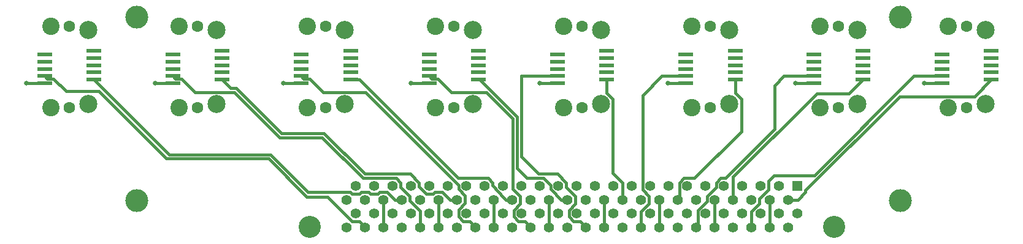
<source format=gtl>
%FSLAX25Y25*%
%MOIN*%
G70*
G01*
G75*
G04 Layer_Physical_Order=1*
G04 Layer_Color=255*
%ADD10R,0.07874X0.01969*%
%ADD11C,0.01500*%
%ADD12C,0.06299*%
%ADD13C,0.12500*%
%ADD14C,0.05500*%
%ADD15R,0.05500X0.05500*%
%ADD16C,0.09843*%
%ADD17C,0.09449*%
%ADD18C,0.12000*%
%ADD19C,0.02500*%
D10*
X234862Y393984D02*
D03*
Y397921D02*
D03*
Y401858D02*
D03*
Y405795D02*
D03*
Y409732D02*
D03*
X261634Y395953D02*
D03*
X261634Y399890D02*
D03*
Y403827D02*
D03*
Y407764D02*
D03*
Y411701D02*
D03*
X331339D02*
D03*
Y407764D02*
D03*
Y403827D02*
D03*
Y399890D02*
D03*
X331339Y395953D02*
D03*
X304567Y409732D02*
D03*
Y405795D02*
D03*
Y401858D02*
D03*
Y397921D02*
D03*
Y393984D02*
D03*
X374264D02*
D03*
Y397921D02*
D03*
Y401858D02*
D03*
Y405795D02*
D03*
Y409732D02*
D03*
X401035Y395953D02*
D03*
X401035Y399890D02*
D03*
Y403827D02*
D03*
Y407764D02*
D03*
Y411701D02*
D03*
X470634D02*
D03*
Y407764D02*
D03*
Y403827D02*
D03*
Y399890D02*
D03*
X470634Y395953D02*
D03*
X443862Y409732D02*
D03*
Y405795D02*
D03*
Y401858D02*
D03*
Y397921D02*
D03*
Y393984D02*
D03*
X513567D02*
D03*
Y397921D02*
D03*
Y401858D02*
D03*
Y405795D02*
D03*
Y409732D02*
D03*
X540339Y395953D02*
D03*
X540339Y399890D02*
D03*
Y403827D02*
D03*
Y407764D02*
D03*
Y411701D02*
D03*
X610036D02*
D03*
Y407764D02*
D03*
Y403827D02*
D03*
Y399890D02*
D03*
X610036Y395953D02*
D03*
X583264Y409732D02*
D03*
Y405795D02*
D03*
Y401858D02*
D03*
Y397921D02*
D03*
Y393984D02*
D03*
X652862D02*
D03*
Y397921D02*
D03*
Y401858D02*
D03*
Y405795D02*
D03*
Y409732D02*
D03*
X679634Y395953D02*
D03*
X679634Y399890D02*
D03*
Y403827D02*
D03*
Y407764D02*
D03*
Y411701D02*
D03*
X749339D02*
D03*
Y407764D02*
D03*
Y403827D02*
D03*
Y399890D02*
D03*
X749339Y395953D02*
D03*
X722567Y409732D02*
D03*
Y405795D02*
D03*
Y401858D02*
D03*
Y397921D02*
D03*
Y393984D02*
D03*
D11*
X631400Y368994D02*
Y392700D01*
X604706Y342300D02*
X631400Y368994D01*
Y392700D02*
X636621Y397921D01*
X602206Y342300D02*
X604706D01*
X599687Y339781D02*
X602206Y342300D01*
X599687Y337281D02*
Y339781D01*
X608987Y342887D02*
X654400Y388300D01*
X608987Y330500D02*
Y342887D01*
X588987Y315500D02*
X589687Y316200D01*
Y324781D01*
X594687Y329781D01*
Y332281D01*
X599687Y337281D01*
X636621Y397921D02*
X652862D01*
X558987Y315500D02*
Y324081D01*
X563287Y328381D01*
Y332281D01*
X559687Y335881D02*
X563287Y332281D01*
X559687Y335881D02*
Y387387D01*
X570221Y397921D01*
X583264D01*
X448987Y315500D02*
Y330500D01*
X628987Y315500D02*
Y330500D01*
X568987Y315500D02*
Y330500D01*
X598987Y315500D02*
Y330500D01*
X538987Y315500D02*
Y330500D01*
X508987Y315500D02*
Y330500D01*
X478987Y315500D02*
Y330500D01*
X418987Y315500D02*
Y330500D01*
X225016Y393984D02*
X234862D01*
X225000Y394000D02*
X225016Y393984D01*
X294716D02*
X304567D01*
X294700Y394000D02*
X294716Y393984D01*
X364416D02*
X374264D01*
X364400Y394000D02*
X364416Y393984D01*
X434016D02*
X443862D01*
X434000Y394000D02*
X434016Y393984D01*
X503716D02*
X513567D01*
X503700Y394000D02*
X503716Y393984D01*
X573484D02*
X583264D01*
X573400Y393900D02*
X573484Y393984D01*
X643016D02*
X652862D01*
X643000Y394000D02*
X643016Y393984D01*
X712784D02*
X722567D01*
X712700Y393900D02*
X712784Y393984D01*
X740259Y386873D02*
X749339Y395953D01*
X628287Y340787D02*
X631300Y343800D01*
X628287Y335881D02*
Y340787D01*
X623287Y330881D02*
X628287Y335881D01*
X623287Y328381D02*
Y330881D01*
X618987Y324081D02*
X623287Y328381D01*
X618987Y315500D02*
Y324081D01*
X234862Y397921D02*
X236265Y396518D01*
X239441D01*
X246360Y389600D01*
X401868Y333700D02*
X405768D01*
X406868Y334800D01*
X410768D01*
X411868Y333700D01*
X415768D01*
X416868Y334800D01*
X420768D01*
X425068Y330500D01*
X428987D01*
X304567Y397921D02*
X305970Y396518D01*
X309146D01*
X316626Y389038D01*
X330870D01*
X330908Y389000D01*
X337900D01*
X362400Y364500D01*
X385600D01*
X407800Y342300D01*
X425768D01*
X428287Y339781D01*
Y337281D02*
Y339781D01*
Y337281D02*
X433287Y332281D01*
Y330113D02*
Y332281D01*
Y330113D02*
X438987Y324413D01*
Y315500D02*
Y324413D01*
X331339Y395953D02*
X335991Y391300D01*
X338853D01*
X363353Y366800D01*
X386553D01*
X408753Y344600D01*
X438287Y337619D02*
Y339781D01*
Y337619D02*
X442206Y333700D01*
X445768D01*
X446868Y334800D01*
X450768D01*
X455068Y330500D01*
X408753Y344600D02*
X433468D01*
X438287Y339781D01*
X455068Y330500D02*
X458987D01*
X374264Y397921D02*
X375667Y396518D01*
X378843D01*
X386323Y389038D01*
X465787Y318700D02*
X468987Y315500D01*
X462206Y318700D02*
X465787D01*
X459687Y321219D02*
X462206Y318700D01*
X459687Y321219D02*
Y325119D01*
X463287Y328719D01*
Y332619D01*
X459687Y336219D02*
X463287Y332619D01*
X475768Y342300D02*
X478287Y339781D01*
Y338213D02*
Y339781D01*
Y338213D02*
X479687Y336813D01*
Y336219D02*
Y336813D01*
Y336219D02*
X485406Y330500D01*
X488987D01*
X443862Y397921D02*
X445265Y396518D01*
X448441D01*
X455760Y389200D01*
X493287Y328381D02*
Y332281D01*
X489687Y324781D02*
X493287Y328381D01*
X489687Y321219D02*
Y324781D01*
Y321219D02*
X492206Y318700D01*
X495787D01*
X498987Y315500D01*
X509687Y336219D02*
X515406Y330500D01*
X518987D01*
X518287Y337281D02*
X523287Y332281D01*
Y328381D02*
Y332281D01*
X519687Y324781D02*
X523287Y328381D01*
X519687Y321219D02*
Y324781D01*
Y321219D02*
X522206Y318700D01*
X525787D01*
X528987Y315500D01*
X540339Y388569D02*
Y395953D01*
Y388569D02*
X543660Y385247D01*
Y344940D02*
Y385247D01*
Y344940D02*
X548987Y339613D01*
Y330500D02*
Y339613D01*
X509687Y336219D02*
Y338381D01*
X518287Y337281D02*
Y339781D01*
X401868Y318700D02*
X405787D01*
X408987Y315500D01*
X261634Y395953D02*
X302387Y355200D01*
X246360Y389600D02*
X264300D01*
X301000Y352900D01*
X302387Y355200D02*
X357353D01*
X301000Y352900D02*
X356400D01*
X400768Y334800D02*
X401868Y333700D01*
X357353Y355200D02*
X377753Y334800D01*
X400768D01*
X356400Y352900D02*
X377300Y332000D01*
X388568D01*
X401868Y318700D01*
X401035Y395953D02*
X405947D01*
X459600Y342300D01*
X475768D01*
X409030Y389038D02*
X459687Y338381D01*
X386323Y389038D02*
X409030D01*
X459687Y336219D02*
Y338381D01*
X455760Y389200D02*
X474800D01*
X470634Y395953D02*
X471300D01*
X513468Y344600D02*
X518287Y339781D01*
X496900Y342300D02*
X505768D01*
X509687Y338381D01*
X503200Y344600D02*
X513468D01*
X582206Y342300D02*
X588000D01*
X579687Y339781D02*
X582206Y342300D01*
X579687Y331200D02*
Y339781D01*
X578987Y330500D02*
X579687Y331200D01*
X588000Y342300D02*
X613357Y367657D01*
X493900Y353900D02*
X503200Y344600D01*
X493900Y353900D02*
Y397921D01*
X513567D01*
X471300Y395953D02*
X491600Y375653D01*
X474800Y389200D02*
X489300Y374700D01*
Y336268D02*
Y374700D01*
X491600Y347600D02*
Y375653D01*
Y347600D02*
X496900Y342300D01*
X489300Y336268D02*
X493287Y332281D01*
X707321Y397921D02*
X722567D01*
X631300Y343800D02*
X653200D01*
X707321Y397921D01*
X699573Y386873D02*
X740259D01*
X648287Y334608D02*
Y335587D01*
X699573Y386873D01*
X644179Y330500D02*
X648287Y334608D01*
X638987Y330500D02*
X644179D01*
X654400Y388300D02*
X671981D01*
X679634Y395953D01*
X613357Y367657D02*
Y385247D01*
X610036Y388569D02*
Y395953D01*
Y388569D02*
X613357Y385247D01*
D12*
X248248Y424890D02*
D03*
Y380795D02*
D03*
X317953D02*
D03*
Y424890D02*
D03*
X387650D02*
D03*
Y380795D02*
D03*
X457248D02*
D03*
Y424890D02*
D03*
X526953D02*
D03*
Y380795D02*
D03*
X596650D02*
D03*
Y424890D02*
D03*
X666248D02*
D03*
Y380795D02*
D03*
X735953D02*
D03*
Y424890D02*
D03*
D13*
X699984Y430038D02*
D03*
Y330038D02*
D03*
X284984D02*
D03*
Y429938D02*
D03*
D14*
X398987Y315500D02*
D03*
X408987D02*
D03*
X418987D02*
D03*
X428987D02*
D03*
X438987D02*
D03*
X403987Y323000D02*
D03*
X413987D02*
D03*
X423987D02*
D03*
X433987D02*
D03*
X443987D02*
D03*
X398987Y330500D02*
D03*
X408987D02*
D03*
X418987D02*
D03*
X428987D02*
D03*
X438987D02*
D03*
X448987D02*
D03*
X403987Y338000D02*
D03*
X413987D02*
D03*
X423987D02*
D03*
X433987D02*
D03*
X643987Y323000D02*
D03*
X633987D02*
D03*
X638987Y315500D02*
D03*
X633987Y338000D02*
D03*
X623987D02*
D03*
X613987D02*
D03*
X603987D02*
D03*
X593987D02*
D03*
X583987D02*
D03*
X573987D02*
D03*
X563987D02*
D03*
X553987D02*
D03*
X543987D02*
D03*
X533987D02*
D03*
X523987D02*
D03*
X513987D02*
D03*
X503987D02*
D03*
X493987D02*
D03*
X483987D02*
D03*
X473987D02*
D03*
X463987D02*
D03*
X453987D02*
D03*
X443987D02*
D03*
X638987Y330500D02*
D03*
X628987D02*
D03*
X618987D02*
D03*
X608987D02*
D03*
X598987D02*
D03*
X588987D02*
D03*
X578987D02*
D03*
X568987D02*
D03*
X558987D02*
D03*
X548987D02*
D03*
X538987D02*
D03*
X528987D02*
D03*
X518987D02*
D03*
X508987D02*
D03*
X498987D02*
D03*
X488987D02*
D03*
X478987D02*
D03*
X468987D02*
D03*
X458987D02*
D03*
X623987Y323000D02*
D03*
X613987D02*
D03*
X603987D02*
D03*
X593987D02*
D03*
X583987D02*
D03*
X573987D02*
D03*
X563987D02*
D03*
X553987D02*
D03*
X543987D02*
D03*
X533987D02*
D03*
X523987D02*
D03*
X513987D02*
D03*
X503987D02*
D03*
X493987D02*
D03*
X483987D02*
D03*
X473987D02*
D03*
X463987D02*
D03*
X453987D02*
D03*
X628987Y315500D02*
D03*
X618987D02*
D03*
X608987D02*
D03*
X598987D02*
D03*
X588987D02*
D03*
X578987D02*
D03*
X568987D02*
D03*
X558987D02*
D03*
X548987D02*
D03*
X538987D02*
D03*
X528987D02*
D03*
X518987D02*
D03*
X508987D02*
D03*
X498987D02*
D03*
X488987D02*
D03*
X478987D02*
D03*
X468987D02*
D03*
X458987D02*
D03*
X448987D02*
D03*
D15*
X643987Y338000D02*
D03*
D16*
X258484Y423118D02*
D03*
Y382567D02*
D03*
X328189D02*
D03*
Y423118D02*
D03*
X397886D02*
D03*
Y382567D02*
D03*
X467484D02*
D03*
Y423118D02*
D03*
X537189D02*
D03*
Y382567D02*
D03*
X606886D02*
D03*
Y423118D02*
D03*
X676484D02*
D03*
Y382567D02*
D03*
X746189D02*
D03*
Y423118D02*
D03*
D17*
X238012Y425087D02*
D03*
Y380598D02*
D03*
X307716D02*
D03*
Y425087D02*
D03*
X377413D02*
D03*
Y380598D02*
D03*
X447012D02*
D03*
Y425087D02*
D03*
X516716D02*
D03*
Y380598D02*
D03*
X586413D02*
D03*
Y425087D02*
D03*
X656012D02*
D03*
Y380598D02*
D03*
X725716D02*
D03*
Y425087D02*
D03*
D18*
X378987Y315550D02*
D03*
X663987D02*
D03*
D19*
X712700Y393900D02*
D03*
X643000Y394000D02*
D03*
X573400Y393900D02*
D03*
X503700Y394000D02*
D03*
X434000D02*
D03*
X364400D02*
D03*
X294700D02*
D03*
X225000D02*
D03*
M02*

</source>
